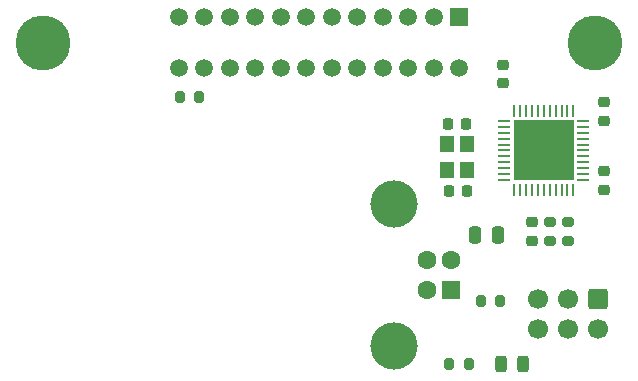
<source format=gbr>
%TF.GenerationSoftware,KiCad,Pcbnew,(6.0.0-rc1-415-g653c7b78d7)*%
%TF.CreationDate,2021-12-23T14:01:08-08:00*%
%TF.ProjectId,xyp-gpib,7879702d-6770-4696-922e-6b696361645f,rev?*%
%TF.SameCoordinates,Original*%
%TF.FileFunction,Soldermask,Bot*%
%TF.FilePolarity,Negative*%
%FSLAX46Y46*%
G04 Gerber Fmt 4.6, Leading zero omitted, Abs format (unit mm)*
G04 Created by KiCad (PCBNEW (6.0.0-rc1-415-g653c7b78d7)) date 2021-12-23 14:01:08*
%MOMM*%
%LPD*%
G01*
G04 APERTURE LIST*
G04 Aperture macros list*
%AMRoundRect*
0 Rectangle with rounded corners*
0 $1 Rounding radius*
0 $2 $3 $4 $5 $6 $7 $8 $9 X,Y pos of 4 corners*
0 Add a 4 corners polygon primitive as box body*
4,1,4,$2,$3,$4,$5,$6,$7,$8,$9,$2,$3,0*
0 Add four circle primitives for the rounded corners*
1,1,$1+$1,$2,$3*
1,1,$1+$1,$4,$5*
1,1,$1+$1,$6,$7*
1,1,$1+$1,$8,$9*
0 Add four rect primitives between the rounded corners*
20,1,$1+$1,$2,$3,$4,$5,0*
20,1,$1+$1,$4,$5,$6,$7,0*
20,1,$1+$1,$6,$7,$8,$9,0*
20,1,$1+$1,$8,$9,$2,$3,0*%
G04 Aperture macros list end*
%ADD10R,1.600000X1.600000*%
%ADD11C,1.600000*%
%ADD12C,4.000000*%
%ADD13R,1.500000X1.500000*%
%ADD14C,1.500000*%
%ADD15C,4.650000*%
%ADD16RoundRect,0.250000X-0.600000X0.600000X-0.600000X-0.600000X0.600000X-0.600000X0.600000X0.600000X0*%
%ADD17C,1.700000*%
%ADD18RoundRect,0.250000X-0.250000X-0.475000X0.250000X-0.475000X0.250000X0.475000X-0.250000X0.475000X0*%
%ADD19RoundRect,0.225000X0.250000X-0.225000X0.250000X0.225000X-0.250000X0.225000X-0.250000X-0.225000X0*%
%ADD20RoundRect,0.225000X-0.250000X0.225000X-0.250000X-0.225000X0.250000X-0.225000X0.250000X0.225000X0*%
%ADD21RoundRect,0.243750X-0.243750X-0.456250X0.243750X-0.456250X0.243750X0.456250X-0.243750X0.456250X0*%
%ADD22RoundRect,0.200000X-0.200000X-0.275000X0.200000X-0.275000X0.200000X0.275000X-0.200000X0.275000X0*%
%ADD23RoundRect,0.200000X-0.275000X0.200000X-0.275000X-0.200000X0.275000X-0.200000X0.275000X0.200000X0*%
%ADD24RoundRect,0.200000X0.200000X0.275000X-0.200000X0.275000X-0.200000X-0.275000X0.200000X-0.275000X0*%
%ADD25RoundRect,0.062500X0.062500X-0.475000X0.062500X0.475000X-0.062500X0.475000X-0.062500X-0.475000X0*%
%ADD26RoundRect,0.062500X0.475000X-0.062500X0.475000X0.062500X-0.475000X0.062500X-0.475000X-0.062500X0*%
%ADD27R,5.200000X5.200000*%
%ADD28RoundRect,0.225000X-0.225000X-0.250000X0.225000X-0.250000X0.225000X0.250000X-0.225000X0.250000X0*%
%ADD29RoundRect,0.225000X0.225000X0.250000X-0.225000X0.250000X-0.225000X-0.250000X0.225000X-0.250000X0*%
%ADD30R,1.200000X1.400000*%
G04 APERTURE END LIST*
D10*
%TO.C,J1*%
X215172000Y-125298000D03*
D11*
X215172000Y-122798000D03*
X213172000Y-122798000D03*
X213172000Y-125298000D03*
D12*
X210312000Y-118048000D03*
X210312000Y-130048000D03*
%TD*%
D13*
%TO.C,GPIB1*%
X215874000Y-102249000D03*
D14*
X215874000Y-106539000D03*
X213714000Y-102249000D03*
X213714000Y-106539000D03*
X211554000Y-102249000D03*
X211554000Y-106539000D03*
X209394000Y-102249000D03*
X209394000Y-106539000D03*
X207234000Y-102249000D03*
X207234000Y-106539000D03*
X205074000Y-102249000D03*
X205074000Y-106539000D03*
X202914000Y-102249000D03*
X202914000Y-106539000D03*
X200754000Y-102249000D03*
X200754000Y-106539000D03*
X198594000Y-102249000D03*
X198594000Y-106539000D03*
X196434000Y-102249000D03*
X196434000Y-106539000D03*
X194274000Y-102249000D03*
X194274000Y-106539000D03*
X192114000Y-102249000D03*
X192114000Y-106539000D03*
D15*
X227394000Y-104394000D03*
X180594000Y-104394000D03*
%TD*%
D16*
%TO.C,ISP1*%
X227584000Y-126111000D03*
D17*
X227584000Y-128651000D03*
X225044000Y-126111000D03*
X225044000Y-128651000D03*
X222504000Y-126111000D03*
X222504000Y-128651000D03*
%TD*%
D18*
%TO.C,C1*%
X217236000Y-120650000D03*
X219136000Y-120650000D03*
%TD*%
D19*
%TO.C,C2*%
X219583000Y-107823000D03*
X219583000Y-106273000D03*
%TD*%
D20*
%TO.C,C7*%
X221996000Y-119621000D03*
X221996000Y-121171000D03*
%TD*%
D21*
%TO.C,D1*%
X219359000Y-131572000D03*
X221234000Y-131572000D03*
%TD*%
D22*
%TO.C,R1*%
X217679000Y-126238000D03*
X219329000Y-126238000D03*
%TD*%
D23*
%TO.C,R2*%
X225044000Y-119571000D03*
X225044000Y-121221000D03*
%TD*%
%TO.C,R3*%
X223520000Y-119571000D03*
X223520000Y-121221000D03*
%TD*%
D24*
%TO.C,R4*%
X216662000Y-131572000D03*
X215012000Y-131572000D03*
%TD*%
%TO.C,R5*%
X193865000Y-108966000D03*
X192215000Y-108966000D03*
%TD*%
D25*
%TO.C,U1*%
X225527000Y-116860500D03*
X225027000Y-116860500D03*
X224527000Y-116860500D03*
X224027000Y-116860500D03*
X223527000Y-116860500D03*
X223027000Y-116860500D03*
X222527000Y-116860500D03*
X222027000Y-116860500D03*
X221527000Y-116860500D03*
X221027000Y-116860500D03*
X220527000Y-116860500D03*
D26*
X219689500Y-116023000D03*
X219689500Y-115523000D03*
X219689500Y-115023000D03*
X219689500Y-114523000D03*
X219689500Y-114023000D03*
X219689500Y-113523000D03*
X219689500Y-113023000D03*
X219689500Y-112523000D03*
X219689500Y-112023000D03*
X219689500Y-111523000D03*
X219689500Y-111023000D03*
D25*
X220527000Y-110185500D03*
X221027000Y-110185500D03*
X221527000Y-110185500D03*
X222027000Y-110185500D03*
X222527000Y-110185500D03*
X223027000Y-110185500D03*
X223527000Y-110185500D03*
X224027000Y-110185500D03*
X224527000Y-110185500D03*
X225027000Y-110185500D03*
X225527000Y-110185500D03*
D26*
X226364500Y-111023000D03*
X226364500Y-111523000D03*
X226364500Y-112023000D03*
X226364500Y-112523000D03*
X226364500Y-113023000D03*
X226364500Y-113523000D03*
X226364500Y-114023000D03*
X226364500Y-114523000D03*
X226364500Y-115023000D03*
X226364500Y-115523000D03*
X226364500Y-116023000D03*
D27*
X223027000Y-113523000D03*
%TD*%
D28*
%TO.C,C5*%
X214998000Y-116967000D03*
X216548000Y-116967000D03*
%TD*%
D29*
%TO.C,C6*%
X216421000Y-111252000D03*
X214871000Y-111252000D03*
%TD*%
D30*
%TO.C,Y1*%
X216539000Y-112985000D03*
X216539000Y-115185000D03*
X214839000Y-115185000D03*
X214839000Y-112985000D03*
%TD*%
D19*
%TO.C,C3*%
X228092000Y-116853000D03*
X228092000Y-115303000D03*
%TD*%
D20*
%TO.C,C4*%
X228092000Y-109461000D03*
X228092000Y-111011000D03*
%TD*%
M02*

</source>
